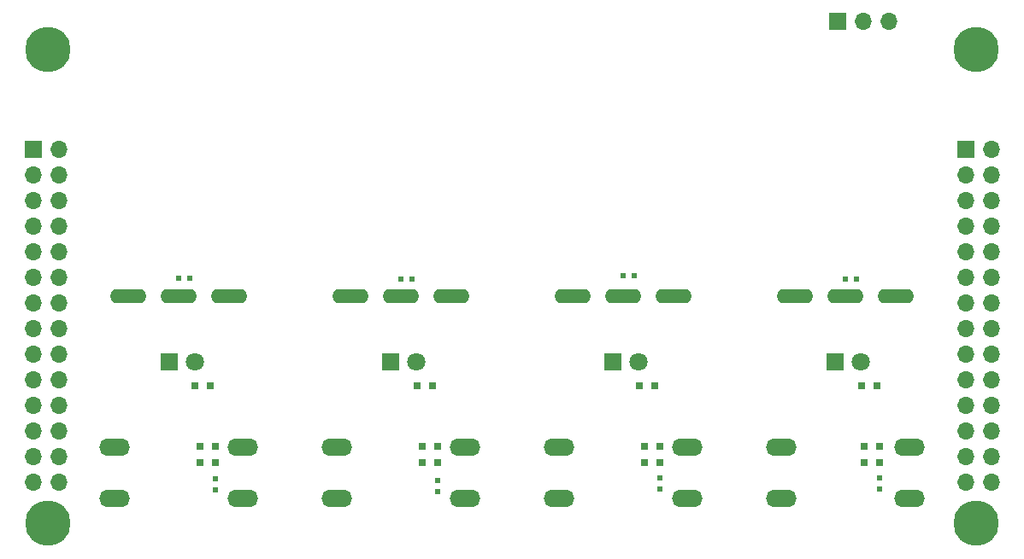
<source format=gbs>
G04 #@! TF.FileFunction,Soldermask,Bot*
%FSLAX46Y46*%
G04 Gerber Fmt 4.6, Leading zero omitted, Abs format (unit mm)*
G04 Created by KiCad (PCBNEW 4.0.2-stable) date 2017/01/23 23:07:35*
%MOMM*%
G01*
G04 APERTURE LIST*
%ADD10C,0.100000*%
%ADD11R,0.600000X0.500000*%
%ADD12R,0.500000X0.600000*%
%ADD13R,1.800000X1.800000*%
%ADD14C,1.800000*%
%ADD15C,4.500000*%
%ADD16R,1.700000X1.700000*%
%ADD17O,1.700000X1.700000*%
%ADD18R,0.800000X0.750000*%
%ADD19O,3.048000X1.727200*%
%ADD20O,3.600000X1.400000*%
G04 APERTURE END LIST*
D10*
D11*
X170000000Y-75800000D03*
X171100000Y-75800000D03*
X126000000Y-75800000D03*
X127100000Y-75800000D03*
X148000000Y-75500000D03*
X149100000Y-75500000D03*
X104000000Y-75700000D03*
X105100000Y-75700000D03*
D12*
X107600000Y-96700000D03*
X107600000Y-95600000D03*
X129600000Y-96900000D03*
X129600000Y-95800000D03*
X151600000Y-96600000D03*
X151600000Y-95500000D03*
X173400000Y-96600000D03*
X173400000Y-95500000D03*
D13*
X103000000Y-84000000D03*
D14*
X105540000Y-84000000D03*
D13*
X125000000Y-84000000D03*
D14*
X127540000Y-84000000D03*
D13*
X147000000Y-84000000D03*
D14*
X149540000Y-84000000D03*
D13*
X169000000Y-84000000D03*
D14*
X171540000Y-84000000D03*
D15*
X183000000Y-53000000D03*
X183000000Y-100000000D03*
D16*
X169220000Y-50270000D03*
D17*
X171760000Y-50270000D03*
X174300000Y-50270000D03*
D15*
X91000000Y-53000000D03*
X91000000Y-100000000D03*
D18*
X107600000Y-92400000D03*
X106100000Y-92400000D03*
X129600000Y-92400000D03*
X128100000Y-92400000D03*
X151600000Y-92400000D03*
X150100000Y-92400000D03*
X173400000Y-92400000D03*
X171900000Y-92400000D03*
X106100000Y-94000000D03*
X107600000Y-94000000D03*
X128100000Y-94000000D03*
X129600000Y-94000000D03*
X150100000Y-94000000D03*
X151600000Y-94000000D03*
X171900000Y-94000000D03*
X173400000Y-94000000D03*
X105600000Y-86400000D03*
X107100000Y-86400000D03*
X127600000Y-86400000D03*
X129100000Y-86400000D03*
X149600000Y-86400000D03*
X151100000Y-86400000D03*
X171600000Y-86400000D03*
X173100000Y-86400000D03*
D19*
X176350000Y-92460000D03*
X176350000Y-97540000D03*
X163650000Y-92460000D03*
X163650000Y-97540000D03*
X154350000Y-92460000D03*
X154350000Y-97540000D03*
X141650000Y-92460000D03*
X141650000Y-97540000D03*
X132350000Y-92460000D03*
X132350000Y-97540000D03*
X119650000Y-92460000D03*
X119650000Y-97540000D03*
X110350000Y-92460000D03*
X110350000Y-97540000D03*
X97650000Y-92460000D03*
X97650000Y-97540000D03*
D20*
X165000000Y-77500000D03*
X170000000Y-77500000D03*
X175000000Y-77500000D03*
X143000000Y-77500000D03*
X148000000Y-77500000D03*
X153000000Y-77500000D03*
X121000000Y-77500000D03*
X126000000Y-77500000D03*
X131000000Y-77500000D03*
X99000000Y-77500000D03*
X104000000Y-77500000D03*
X109000000Y-77500000D03*
D16*
X181920000Y-62970000D03*
D17*
X184460000Y-62970000D03*
X181920000Y-65510000D03*
X184460000Y-65510000D03*
X181920000Y-68050000D03*
X184460000Y-68050000D03*
X181920000Y-70590000D03*
X184460000Y-70590000D03*
X181920000Y-73130000D03*
X184460000Y-73130000D03*
X181920000Y-75670000D03*
X184460000Y-75670000D03*
X181920000Y-78210000D03*
X184460000Y-78210000D03*
X181920000Y-80750000D03*
X184460000Y-80750000D03*
X181920000Y-83290000D03*
X184460000Y-83290000D03*
X181920000Y-85830000D03*
X184460000Y-85830000D03*
X181920000Y-88370000D03*
X184460000Y-88370000D03*
X181920000Y-90910000D03*
X184460000Y-90910000D03*
X181920000Y-93450000D03*
X184460000Y-93450000D03*
X181920000Y-95990000D03*
X184460000Y-95990000D03*
D16*
X89540000Y-62970000D03*
D17*
X92080000Y-62970000D03*
X89540000Y-65510000D03*
X92080000Y-65510000D03*
X89540000Y-68050000D03*
X92080000Y-68050000D03*
X89540000Y-70590000D03*
X92080000Y-70590000D03*
X89540000Y-73130000D03*
X92080000Y-73130000D03*
X89540000Y-75670000D03*
X92080000Y-75670000D03*
X89540000Y-78210000D03*
X92080000Y-78210000D03*
X89540000Y-80750000D03*
X92080000Y-80750000D03*
X89540000Y-83290000D03*
X92080000Y-83290000D03*
X89540000Y-85830000D03*
X92080000Y-85830000D03*
X89540000Y-88370000D03*
X92080000Y-88370000D03*
X89540000Y-90910000D03*
X92080000Y-90910000D03*
X89540000Y-93450000D03*
X92080000Y-93450000D03*
X89540000Y-95990000D03*
X92080000Y-95990000D03*
M02*

</source>
